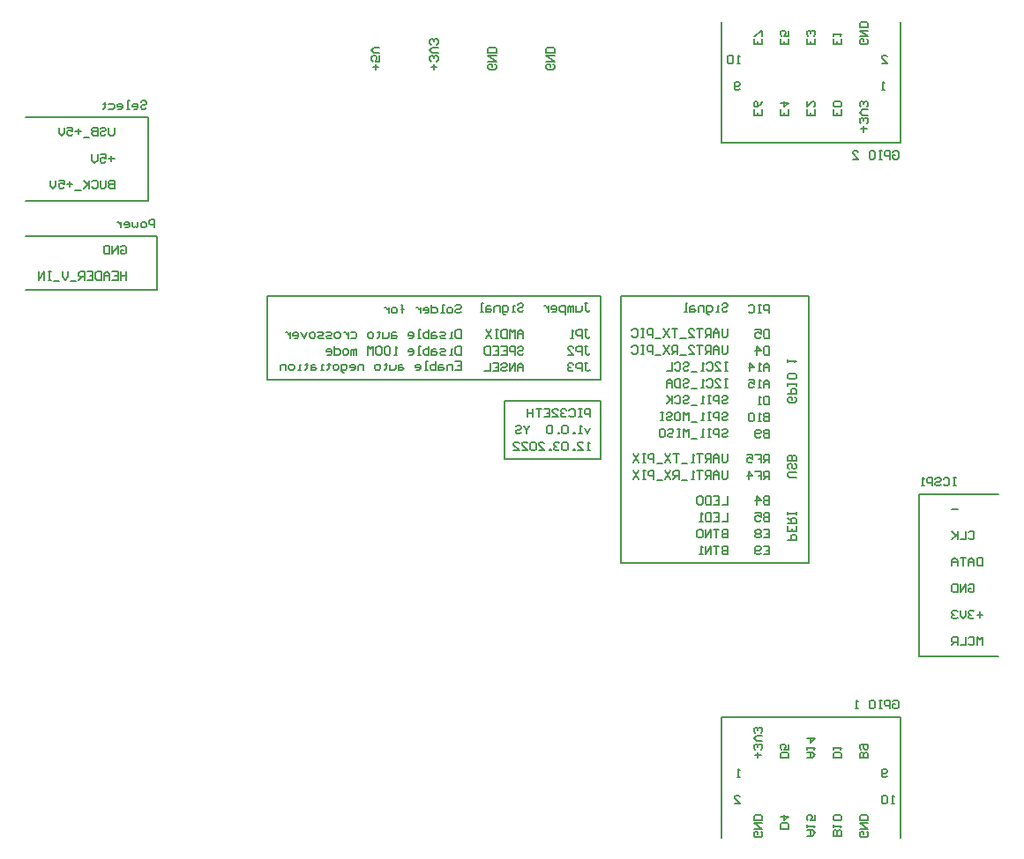
<source format=gbo>
G04*
G04 #@! TF.GenerationSoftware,Altium Limited,Altium Designer,20.2.8 (258)*
G04*
G04 Layer_Color=32896*
%FSLAX44Y44*%
%MOMM*%
G71*
G04*
G04 #@! TF.SameCoordinates,3C6D5B40-6E81-4EE8-AB30-EF2341ADE942*
G04*
G04*
G04 #@! TF.FilePolarity,Positive*
G04*
G01*
G75*
%ADD11C,0.2000*%
D11*
X468000Y-28000D02*
Y28000D01*
X560000Y-28000D02*
Y28000D01*
X468000Y-28000D02*
X560000D01*
X468000Y28000D02*
X560000D01*
X240000Y128000D02*
X560000D01*
X240000Y48000D02*
Y128000D01*
Y48000D02*
X560000D01*
Y128000D01*
X580000Y128000D02*
X760000D01*
X580000Y-128000D02*
Y128000D01*
Y-128000D02*
X760000D01*
Y128000D01*
X866000Y-218000D02*
X942000D01*
X866000D02*
Y-62000D01*
X942000D01*
X848000Y276000D02*
Y392000D01*
X676000Y276000D02*
X848000D01*
X676000D02*
Y392000D01*
Y-392000D02*
Y-276000D01*
X848000D01*
Y-392000D02*
Y-276000D01*
X8000Y134000D02*
X134000D01*
X8000Y186000D02*
X134000D01*
X8000Y220000D02*
X126000D01*
Y300000D01*
X8000D02*
X126000D01*
X134000Y134000D02*
Y186000D01*
X901323Y-46001D02*
X898657D01*
X899990D01*
Y-53999D01*
X901323D01*
X898657D01*
X889326Y-47334D02*
X890659Y-46001D01*
X893325D01*
X894658Y-47334D01*
Y-52666D01*
X893325Y-53999D01*
X890659D01*
X889326Y-52666D01*
X881329Y-47334D02*
X882662Y-46001D01*
X885328D01*
X886661Y-47334D01*
Y-48667D01*
X885328Y-50000D01*
X882662D01*
X881329Y-51333D01*
Y-52666D01*
X882662Y-53999D01*
X885328D01*
X886661Y-52666D01*
X878663Y-53999D02*
Y-46001D01*
X874665D01*
X873332Y-47334D01*
Y-50000D01*
X874665Y-51333D01*
X878663D01*
X870666Y-53999D02*
X868000D01*
X869333D01*
Y-46001D01*
X870666Y-47334D01*
X492000Y3999D02*
Y2666D01*
X489334Y0D01*
X486669Y2666D01*
Y3999D01*
X489334Y0D02*
Y-3999D01*
X478671Y2666D02*
X480004Y3999D01*
X482670D01*
X484003Y2666D01*
Y1333D01*
X482670Y0D01*
X480004D01*
X478671Y-1333D01*
Y-2666D01*
X480004Y-3999D01*
X482670D01*
X484003Y-2666D01*
X550000Y-19999D02*
X547334D01*
X548667D01*
Y-12001D01*
X550000Y-13334D01*
X538004Y-19999D02*
X543335D01*
X538004Y-14667D01*
Y-13334D01*
X539337Y-12001D01*
X542002D01*
X543335Y-13334D01*
X535338Y-19999D02*
Y-18666D01*
X534005D01*
Y-19999D01*
X535338D01*
X528674Y-13334D02*
X527341Y-12001D01*
X524675D01*
X523342Y-13334D01*
Y-18666D01*
X524675Y-19999D01*
X527341D01*
X528674Y-18666D01*
Y-13334D01*
X520676D02*
X519343Y-12001D01*
X516677D01*
X515345Y-13334D01*
Y-14667D01*
X516677Y-16000D01*
X518010D01*
X516677D01*
X515345Y-17333D01*
Y-18666D01*
X516677Y-19999D01*
X519343D01*
X520676Y-18666D01*
X512679Y-19999D02*
Y-18666D01*
X511346D01*
Y-19999D01*
X512679D01*
X500682D02*
X506014D01*
X500682Y-14667D01*
Y-13334D01*
X502015Y-12001D01*
X504681D01*
X506014Y-13334D01*
X498017D02*
X496684Y-12001D01*
X494018D01*
X492685Y-13334D01*
Y-18666D01*
X494018Y-19999D01*
X496684D01*
X498017Y-18666D01*
Y-13334D01*
X484688Y-19999D02*
X490019D01*
X484688Y-14667D01*
Y-13334D01*
X486021Y-12001D01*
X488686D01*
X490019Y-13334D01*
X476690Y-19999D02*
X482022D01*
X476690Y-14667D01*
Y-13334D01*
X478023Y-12001D01*
X480689D01*
X482022Y-13334D01*
X550000Y1333D02*
X547334Y-3999D01*
X544668Y1333D01*
X542003Y-3999D02*
X539337D01*
X540670D01*
Y3999D01*
X542003Y2666D01*
X535338Y-3999D02*
Y-2666D01*
X534005D01*
Y-3999D01*
X535338D01*
X528674Y2666D02*
X527341Y3999D01*
X524675D01*
X523342Y2666D01*
Y-2666D01*
X524675Y-3999D01*
X527341D01*
X528674Y-2666D01*
Y2666D01*
X520676Y-3999D02*
Y-2666D01*
X519343D01*
Y-3999D01*
X520676D01*
X514012Y2666D02*
X512679Y3999D01*
X510013D01*
X508680Y2666D01*
Y-2666D01*
X510013Y-3999D01*
X512679D01*
X514012Y-2666D01*
Y2666D01*
X550000Y12001D02*
Y19999D01*
X546001D01*
X544668Y18666D01*
Y16000D01*
X546001Y14667D01*
X550000D01*
X542003Y19999D02*
X539337D01*
X540670D01*
Y12001D01*
X542003D01*
X539337D01*
X530006Y18666D02*
X531339Y19999D01*
X534005D01*
X535338Y18666D01*
Y13334D01*
X534005Y12001D01*
X531339D01*
X530006Y13334D01*
X527341Y18666D02*
X526008Y19999D01*
X523342D01*
X522009Y18666D01*
Y17333D01*
X523342Y16000D01*
X524675D01*
X523342D01*
X522009Y14667D01*
Y13334D01*
X523342Y12001D01*
X526008D01*
X527341Y13334D01*
X514012Y12001D02*
X519343D01*
X514012Y17333D01*
Y18666D01*
X515345Y19999D01*
X518010D01*
X519343Y18666D01*
X506014Y19999D02*
X511346D01*
Y12001D01*
X506014D01*
X511346Y16000D02*
X508680D01*
X503348Y19999D02*
X498017D01*
X500683D01*
Y12001D01*
X495351Y19999D02*
Y12001D01*
Y16000D01*
X490019D01*
Y19999D01*
Y12001D01*
X746666Y31332D02*
X747999Y29999D01*
Y27333D01*
X746666Y26000D01*
X741334D01*
X740001Y27333D01*
Y29999D01*
X741334Y31332D01*
X744000D01*
Y28666D01*
X740001Y33997D02*
X747999D01*
Y37996D01*
X746666Y39329D01*
X744000D01*
X742667Y37996D01*
Y33997D01*
X747999Y41995D02*
Y44661D01*
Y43328D01*
X740001D01*
Y41995D01*
Y44661D01*
X747999Y52658D02*
Y49992D01*
X746666Y48659D01*
X741334D01*
X740001Y49992D01*
Y52658D01*
X741334Y53991D01*
X746666D01*
X747999Y52658D01*
X740001Y64654D02*
Y67320D01*
Y65987D01*
X747999D01*
X746666Y64654D01*
X840668Y-261334D02*
X842001Y-260001D01*
X844667D01*
X846000Y-261334D01*
Y-266666D01*
X844667Y-267999D01*
X842001D01*
X840668Y-266666D01*
Y-264000D01*
X843334D01*
X838003Y-267999D02*
Y-260001D01*
X834004D01*
X832671Y-261334D01*
Y-264000D01*
X834004Y-265333D01*
X838003D01*
X830005Y-260001D02*
X827339D01*
X828672D01*
Y-267999D01*
X830005D01*
X827339D01*
X819342Y-260001D02*
X822008D01*
X823341Y-261334D01*
Y-266666D01*
X822008Y-267999D01*
X819342D01*
X818009Y-266666D01*
Y-261334D01*
X819342Y-260001D01*
X807346Y-267999D02*
X804680D01*
X806013D01*
Y-260001D01*
X807346Y-261334D01*
X840668Y266666D02*
X842001Y267999D01*
X844667D01*
X846000Y266666D01*
Y261334D01*
X844667Y260001D01*
X842001D01*
X840668Y261334D01*
Y264000D01*
X843334D01*
X838003Y260001D02*
Y267999D01*
X834004D01*
X832671Y266666D01*
Y264000D01*
X834004Y262667D01*
X838003D01*
X830005Y267999D02*
X827339D01*
X828672D01*
Y260001D01*
X830005D01*
X827339D01*
X819342Y267999D02*
X822008D01*
X823341Y266666D01*
Y261334D01*
X822008Y260001D01*
X819342D01*
X818009Y261334D01*
Y266666D01*
X819342Y267999D01*
X802014Y260001D02*
X807346D01*
X802014Y265333D01*
Y266666D01*
X803347Y267999D01*
X806013D01*
X807346Y266666D01*
X740001Y-106000D02*
X747999D01*
Y-102001D01*
X746666Y-100668D01*
X744000D01*
X742667Y-102001D01*
Y-106000D01*
X747999Y-92671D02*
Y-98003D01*
X740001D01*
Y-92671D01*
X744000Y-98003D02*
Y-95337D01*
X740001Y-90005D02*
X747999D01*
Y-86007D01*
X746666Y-84674D01*
X744000D01*
X742667Y-86007D01*
Y-90005D01*
Y-87339D02*
X740001Y-84674D01*
X747999Y-82008D02*
Y-79342D01*
Y-80675D01*
X740001D01*
Y-82008D01*
Y-79342D01*
X747999Y-46000D02*
X741334D01*
X740001Y-44667D01*
Y-42001D01*
X741334Y-40669D01*
X747999D01*
X746666Y-32671D02*
X747999Y-34004D01*
Y-36670D01*
X746666Y-38003D01*
X745333D01*
X744000Y-36670D01*
Y-34004D01*
X742667Y-32671D01*
X741334D01*
X740001Y-34004D01*
Y-36670D01*
X741334Y-38003D01*
X747999Y-30005D02*
X740001D01*
Y-26007D01*
X741334Y-24674D01*
X742667D01*
X744000Y-26007D01*
Y-30005D01*
Y-26007D01*
X745333Y-24674D01*
X746666D01*
X747999Y-26007D01*
Y-30005D01*
X420668Y118666D02*
X422001Y119999D01*
X424667D01*
X426000Y118666D01*
Y117333D01*
X424667Y116000D01*
X422001D01*
X420668Y114667D01*
Y113334D01*
X422001Y112001D01*
X424667D01*
X426000Y113334D01*
X416670Y112001D02*
X414004D01*
X412671Y113334D01*
Y116000D01*
X414004Y117333D01*
X416670D01*
X418003Y116000D01*
Y113334D01*
X416670Y112001D01*
X410005D02*
X407340D01*
X408672D01*
Y119999D01*
X410005D01*
X398009D02*
Y112001D01*
X402008D01*
X403341Y113334D01*
Y116000D01*
X402008Y117333D01*
X398009D01*
X391345Y112001D02*
X394010D01*
X395343Y113334D01*
Y116000D01*
X394010Y117333D01*
X391345D01*
X390012Y116000D01*
Y114667D01*
X395343D01*
X387346Y117333D02*
Y112001D01*
Y114667D01*
X386013Y116000D01*
X384680Y117333D01*
X383347D01*
X370018Y112001D02*
Y118666D01*
Y116000D01*
X371351D01*
X368685D01*
X370018D01*
Y118666D01*
X368685Y119999D01*
X363354Y112001D02*
X360688D01*
X359355Y113334D01*
Y116000D01*
X360688Y117333D01*
X363354D01*
X364687Y116000D01*
Y113334D01*
X363354Y112001D01*
X356689Y117333D02*
Y112001D01*
Y114667D01*
X355356Y116000D01*
X354023Y117333D01*
X352690D01*
X420668Y65332D02*
X426000D01*
Y57334D01*
X420668D01*
X426000Y61333D02*
X423334D01*
X418003Y57334D02*
Y62666D01*
X414004D01*
X412671Y61333D01*
Y57334D01*
X408672Y62666D02*
X406007D01*
X404674Y61333D01*
Y57334D01*
X408672D01*
X410005Y58667D01*
X408672Y60000D01*
X404674D01*
X402008Y65332D02*
Y57334D01*
X398009D01*
X396676Y58667D01*
Y60000D01*
Y61333D01*
X398009Y62666D01*
X402008D01*
X394011Y57334D02*
X391345D01*
X392677D01*
Y65332D01*
X394011D01*
X383347Y57334D02*
X386013D01*
X387346Y58667D01*
Y61333D01*
X386013Y62666D01*
X383347D01*
X382014Y61333D01*
Y60000D01*
X387346D01*
X370018Y62666D02*
X367352D01*
X366020Y61333D01*
Y57334D01*
X370018D01*
X371351Y58667D01*
X370018Y60000D01*
X366020D01*
X363354Y62666D02*
Y58667D01*
X362021Y57334D01*
X358022D01*
Y62666D01*
X354023Y63999D02*
Y62666D01*
X355356D01*
X352691D01*
X354023D01*
Y58667D01*
X352691Y57334D01*
X347359D02*
X344693D01*
X343360Y58667D01*
Y61333D01*
X344693Y62666D01*
X347359D01*
X348692Y61333D01*
Y58667D01*
X347359Y57334D01*
X332697D02*
Y62666D01*
X328698D01*
X327365Y61333D01*
Y57334D01*
X320701D02*
X323367D01*
X324700Y58667D01*
Y61333D01*
X323367Y62666D01*
X320701D01*
X319368Y61333D01*
Y60000D01*
X324700D01*
X314036Y54668D02*
X312703D01*
X311370Y56001D01*
Y62666D01*
X315369D01*
X316702Y61333D01*
Y58667D01*
X315369Y57334D01*
X311370D01*
X307372D02*
X304706D01*
X303373Y58667D01*
Y61333D01*
X304706Y62666D01*
X307372D01*
X308705Y61333D01*
Y58667D01*
X307372Y57334D01*
X299374Y63999D02*
Y62666D01*
X300707D01*
X298041D01*
X299374D01*
Y58667D01*
X298041Y57334D01*
X294043D02*
X291377D01*
X292710D01*
Y62666D01*
X294043D01*
X286045D02*
X283379D01*
X282047Y61333D01*
Y57334D01*
X286045D01*
X287378Y58667D01*
X286045Y60000D01*
X282047D01*
X278048Y63999D02*
Y62666D01*
X279381D01*
X276715D01*
X278048D01*
Y58667D01*
X276715Y57334D01*
X272716D02*
X270050D01*
X271383D01*
Y62666D01*
X272716D01*
X264719Y57334D02*
X262053D01*
X260720Y58667D01*
Y61333D01*
X262053Y62666D01*
X264719D01*
X266052Y61333D01*
Y58667D01*
X264719Y57334D01*
X258054D02*
Y62666D01*
X254056D01*
X252723Y61333D01*
Y57334D01*
X426000Y79999D02*
Y72001D01*
X422001D01*
X420668Y73334D01*
Y78666D01*
X422001Y79999D01*
X426000D01*
X418003Y72001D02*
X415337D01*
X416670D01*
Y77333D01*
X418003D01*
X411338Y72001D02*
X407340D01*
X406007Y73334D01*
X407340Y74667D01*
X410005D01*
X411338Y76000D01*
X410005Y77333D01*
X406007D01*
X402008D02*
X399342D01*
X398009Y76000D01*
Y72001D01*
X402008D01*
X403341Y73334D01*
X402008Y74667D01*
X398009D01*
X395343Y79999D02*
Y72001D01*
X391345D01*
X390012Y73334D01*
Y74667D01*
Y76000D01*
X391345Y77333D01*
X395343D01*
X387346Y72001D02*
X384680D01*
X386013D01*
Y79999D01*
X387346D01*
X376683Y72001D02*
X379348D01*
X380681Y73334D01*
Y76000D01*
X379348Y77333D01*
X376683D01*
X375350Y76000D01*
Y74667D01*
X380681D01*
X364687Y72001D02*
X362021D01*
X363354D01*
Y79999D01*
X364687Y78666D01*
X358022D02*
X356689Y79999D01*
X354023D01*
X352690Y78666D01*
Y73334D01*
X354023Y72001D01*
X356689D01*
X358022Y73334D01*
Y78666D01*
X350025D02*
X348692Y79999D01*
X346026D01*
X344693Y78666D01*
Y73334D01*
X346026Y72001D01*
X348692D01*
X350025Y73334D01*
Y78666D01*
X342027Y72001D02*
Y79999D01*
X339361Y77333D01*
X336696Y79999D01*
Y72001D01*
X326032D02*
Y77333D01*
X324700D01*
X323367Y76000D01*
Y72001D01*
Y76000D01*
X322034Y77333D01*
X320701Y76000D01*
Y72001D01*
X316702D02*
X314036D01*
X312703Y73334D01*
Y76000D01*
X314036Y77333D01*
X316702D01*
X318035Y76000D01*
Y73334D01*
X316702Y72001D01*
X304706Y79999D02*
Y72001D01*
X308705D01*
X310037Y73334D01*
Y76000D01*
X308705Y77333D01*
X304706D01*
X298041Y72001D02*
X300707D01*
X302040Y73334D01*
Y76000D01*
X300707Y77333D01*
X298041D01*
X296709Y76000D01*
Y74667D01*
X302040D01*
X426000Y95999D02*
Y88001D01*
X422001D01*
X420668Y89334D01*
Y94666D01*
X422001Y95999D01*
X426000D01*
X418003Y88001D02*
X415337D01*
X416670D01*
Y93333D01*
X418003D01*
X411338Y88001D02*
X407340D01*
X406007Y89334D01*
X407340Y90667D01*
X410005D01*
X411338Y92000D01*
X410005Y93333D01*
X406007D01*
X402008D02*
X399342D01*
X398009Y92000D01*
Y88001D01*
X402008D01*
X403341Y89334D01*
X402008Y90667D01*
X398009D01*
X395343Y95999D02*
Y88001D01*
X391345D01*
X390012Y89334D01*
Y90667D01*
Y92000D01*
X391345Y93333D01*
X395343D01*
X387346Y88001D02*
X384680D01*
X386013D01*
Y95999D01*
X387346D01*
X376683Y88001D02*
X379348D01*
X380681Y89334D01*
Y92000D01*
X379348Y93333D01*
X376683D01*
X375350Y92000D01*
Y90667D01*
X380681D01*
X363354Y93333D02*
X360688D01*
X359355Y92000D01*
Y88001D01*
X363354D01*
X364687Y89334D01*
X363354Y90667D01*
X359355D01*
X356689Y93333D02*
Y89334D01*
X355356Y88001D01*
X351357D01*
Y93333D01*
X347359Y94666D02*
Y93333D01*
X348692D01*
X346026D01*
X347359D01*
Y89334D01*
X346026Y88001D01*
X340694D02*
X338028D01*
X336696Y89334D01*
Y92000D01*
X338028Y93333D01*
X340694D01*
X342027Y92000D01*
Y89334D01*
X340694Y88001D01*
X320701Y93333D02*
X324700D01*
X326032Y92000D01*
Y89334D01*
X324700Y88001D01*
X320701D01*
X318035Y93333D02*
Y88001D01*
Y90667D01*
X316702Y92000D01*
X315369Y93333D01*
X314036D01*
X308705Y88001D02*
X306039D01*
X304706Y89334D01*
Y92000D01*
X306039Y93333D01*
X308705D01*
X310037Y92000D01*
Y89334D01*
X308705Y88001D01*
X302040D02*
X298041D01*
X296709Y89334D01*
X298041Y90667D01*
X300707D01*
X302040Y92000D01*
X300707Y93333D01*
X296709D01*
X294043Y88001D02*
X290044D01*
X288711Y89334D01*
X290044Y90667D01*
X292710D01*
X294043Y92000D01*
X292710Y93333D01*
X288711D01*
X284712Y88001D02*
X282047D01*
X280714Y89334D01*
Y92000D01*
X282047Y93333D01*
X284712D01*
X286045Y92000D01*
Y89334D01*
X284712Y88001D01*
X278048Y93333D02*
X275382Y88001D01*
X272716Y93333D01*
X266052Y88001D02*
X268717D01*
X270050Y89334D01*
Y92000D01*
X268717Y93333D01*
X266052D01*
X264719Y92000D01*
Y90667D01*
X270050D01*
X262053Y93333D02*
Y88001D01*
Y90667D01*
X260720Y92000D01*
X259387Y93333D01*
X258054D01*
X480668Y119999D02*
X482001Y121332D01*
X484667D01*
X486000Y119999D01*
Y118666D01*
X484667Y117333D01*
X482001D01*
X480668Y116000D01*
Y114667D01*
X482001Y113334D01*
X484667D01*
X486000Y114667D01*
X478003Y113334D02*
X475337D01*
X476670D01*
Y118666D01*
X478003D01*
X468672Y110668D02*
X467340D01*
X466007Y112001D01*
Y118666D01*
X470005D01*
X471338Y117333D01*
Y114667D01*
X470005Y113334D01*
X466007D01*
X463341D02*
Y118666D01*
X459342D01*
X458009Y117333D01*
Y113334D01*
X454010Y118666D02*
X451345D01*
X450012Y117333D01*
Y113334D01*
X454010D01*
X455343Y114667D01*
X454010Y116000D01*
X450012D01*
X447346Y113334D02*
X444680D01*
X446013D01*
Y121332D01*
X447346D01*
X544669D02*
X547334D01*
X546001D01*
Y114667D01*
X547334Y113334D01*
X548667D01*
X550000Y114667D01*
X542003Y118666D02*
Y114667D01*
X540670Y113334D01*
X536671D01*
Y118666D01*
X534005Y113334D02*
Y118666D01*
X532672D01*
X531339Y117333D01*
Y113334D01*
Y117333D01*
X530007Y118666D01*
X528674Y117333D01*
Y113334D01*
X526008Y110668D02*
Y118666D01*
X522009D01*
X520676Y117333D01*
Y114667D01*
X522009Y113334D01*
X526008D01*
X514012D02*
X516678D01*
X518010Y114667D01*
Y117333D01*
X516678Y118666D01*
X514012D01*
X512679Y117333D01*
Y116000D01*
X518010D01*
X510013Y118666D02*
Y113334D01*
Y116000D01*
X508680Y117333D01*
X507347Y118666D01*
X506014D01*
X480669Y78666D02*
X482001Y79999D01*
X484667D01*
X486000Y78666D01*
Y77333D01*
X484667Y76000D01*
X482001D01*
X480669Y74667D01*
Y73334D01*
X482001Y72001D01*
X484667D01*
X486000Y73334D01*
X478003Y72001D02*
Y79999D01*
X474004D01*
X472671Y78666D01*
Y76000D01*
X474004Y74667D01*
X478003D01*
X464674Y79999D02*
X470005D01*
Y72001D01*
X464674D01*
X470005Y76000D02*
X467340D01*
X456676Y79999D02*
X462008D01*
Y72001D01*
X456676D01*
X462008Y76000D02*
X459342D01*
X454011Y79999D02*
Y72001D01*
X450012D01*
X448679Y73334D01*
Y78666D01*
X450012Y79999D01*
X454011D01*
X486000Y88001D02*
Y93333D01*
X483334Y95999D01*
X480669Y93333D01*
Y88001D01*
Y92000D01*
X486000D01*
X478003Y88001D02*
Y95999D01*
X475337Y93333D01*
X472671Y95999D01*
Y88001D01*
X470005Y95999D02*
Y88001D01*
X466007D01*
X464674Y89334D01*
Y94666D01*
X466007Y95999D01*
X470005D01*
X462008D02*
X459342D01*
X460675D01*
Y88001D01*
X462008D01*
X459342D01*
X455343Y95999D02*
X450012Y88001D01*
Y95999D02*
X455343Y88001D01*
X544669Y79999D02*
X547334D01*
X546001D01*
Y73334D01*
X547334Y72001D01*
X548667D01*
X550000Y73334D01*
X542003Y72001D02*
Y79999D01*
X538004D01*
X536671Y78666D01*
Y76000D01*
X538004Y74667D01*
X542003D01*
X528674Y72001D02*
X534005D01*
X528674Y77333D01*
Y78666D01*
X530007Y79999D01*
X532672D01*
X534005Y78666D01*
X544669Y95999D02*
X547334D01*
X546001D01*
Y89334D01*
X547334Y88001D01*
X548667D01*
X550000Y89334D01*
X542003Y88001D02*
Y95999D01*
X538004D01*
X536671Y94666D01*
Y92000D01*
X538004Y90667D01*
X542003D01*
X534005Y88001D02*
X531339D01*
X532672D01*
Y95999D01*
X534005Y94666D01*
X486000Y56001D02*
Y61333D01*
X483334Y63999D01*
X480669Y61333D01*
Y56001D01*
Y60000D01*
X486000D01*
X478003Y56001D02*
Y63999D01*
X472671Y56001D01*
Y63999D01*
X464674Y62666D02*
X466007Y63999D01*
X468672D01*
X470005Y62666D01*
Y61333D01*
X468672Y60000D01*
X466007D01*
X464674Y58667D01*
Y57334D01*
X466007Y56001D01*
X468672D01*
X470005Y57334D01*
X456676Y63999D02*
X462008D01*
Y56001D01*
X456676D01*
X462008Y60000D02*
X459342D01*
X454011Y63999D02*
Y56001D01*
X448679D01*
X544669Y63999D02*
X547334D01*
X546001D01*
Y57334D01*
X547334Y56001D01*
X548667D01*
X550000Y57334D01*
X542003Y56001D02*
Y63999D01*
X538004D01*
X536671Y62666D01*
Y60000D01*
X538004Y58667D01*
X542003D01*
X534005Y62666D02*
X532672Y63999D01*
X530007D01*
X528674Y62666D01*
Y61333D01*
X530007Y60000D01*
X531339D01*
X530007D01*
X528674Y58667D01*
Y57334D01*
X530007Y56001D01*
X532672D01*
X534005Y57334D01*
X682000Y-23335D02*
Y-29999D01*
X680667Y-31332D01*
X678001D01*
X676668Y-29999D01*
Y-23335D01*
X674003Y-31332D02*
Y-26001D01*
X671337Y-23335D01*
X668671Y-26001D01*
Y-31332D01*
Y-27334D01*
X674003D01*
X666005Y-31332D02*
Y-23335D01*
X662007D01*
X660674Y-24668D01*
Y-27334D01*
X662007Y-28667D01*
X666005D01*
X663339D02*
X660674Y-31332D01*
X658008Y-23335D02*
X652676D01*
X655342D01*
Y-31332D01*
X650010D02*
X647345D01*
X648678D01*
Y-23335D01*
X650010Y-24668D01*
X643346Y-32665D02*
X638014D01*
X635349Y-23335D02*
X630017D01*
X632683D01*
Y-31332D01*
X627351Y-23335D02*
X622019Y-31332D01*
Y-23335D02*
X627351Y-31332D01*
X619354Y-32665D02*
X614022D01*
X611356Y-31332D02*
Y-23335D01*
X607357D01*
X606025Y-24668D01*
Y-27334D01*
X607357Y-28667D01*
X611356D01*
X603359Y-23335D02*
X600693D01*
X602026D01*
Y-31332D01*
X603359D01*
X600693D01*
X596694Y-23335D02*
X591363Y-31332D01*
Y-23335D02*
X596694Y-31332D01*
X682000Y-39335D02*
Y-45999D01*
X680667Y-47332D01*
X678001D01*
X676668Y-45999D01*
Y-39335D01*
X674003Y-47332D02*
Y-42001D01*
X671337Y-39335D01*
X668671Y-42001D01*
Y-47332D01*
Y-43334D01*
X674003D01*
X666005Y-47332D02*
Y-39335D01*
X662007D01*
X660674Y-40668D01*
Y-43334D01*
X662007Y-44667D01*
X666005D01*
X663339D02*
X660674Y-47332D01*
X658008Y-39335D02*
X652676D01*
X655342D01*
Y-47332D01*
X650010D02*
X647345D01*
X648678D01*
Y-39335D01*
X650010Y-40668D01*
X643346Y-48665D02*
X638014D01*
X635349Y-47332D02*
Y-39335D01*
X631350D01*
X630017Y-40668D01*
Y-43334D01*
X631350Y-44667D01*
X635349D01*
X632683D02*
X630017Y-47332D01*
X627351Y-39335D02*
X622019Y-47332D01*
Y-39335D02*
X627351Y-47332D01*
X619354Y-48665D02*
X614022D01*
X611356Y-47332D02*
Y-39335D01*
X607357D01*
X606025Y-40668D01*
Y-43334D01*
X607357Y-44667D01*
X611356D01*
X603359Y-39335D02*
X600693D01*
X602026D01*
Y-47332D01*
X603359D01*
X600693D01*
X596694Y-39335D02*
X591363Y-47332D01*
Y-39335D02*
X596694Y-47332D01*
X722000Y-47999D02*
Y-40001D01*
X718001D01*
X716668Y-41334D01*
Y-44000D01*
X718001Y-45333D01*
X722000D01*
X719334D02*
X716668Y-47999D01*
X708671Y-40001D02*
X714003D01*
Y-44000D01*
X711337D01*
X714003D01*
Y-47999D01*
X702007D02*
Y-40001D01*
X706005Y-44000D01*
X700674D01*
X722000Y-31999D02*
Y-24001D01*
X718001D01*
X716668Y-25334D01*
Y-28000D01*
X718001Y-29333D01*
X722000D01*
X719334D02*
X716668Y-31999D01*
X708671Y-24001D02*
X714003D01*
Y-28000D01*
X711337D01*
X714003D01*
Y-31999D01*
X700674Y-24001D02*
X706005D01*
Y-28000D01*
X703339Y-26667D01*
X702007D01*
X700674Y-28000D01*
Y-30666D01*
X702007Y-31999D01*
X704672D01*
X706005Y-30666D01*
X676668Y-668D02*
X678001Y665D01*
X680667D01*
X682000Y-668D01*
Y-2001D01*
X680667Y-3334D01*
X678001D01*
X676668Y-4667D01*
Y-5999D01*
X678001Y-7332D01*
X680667D01*
X682000Y-5999D01*
X674003Y-7332D02*
Y665D01*
X670004D01*
X668671Y-668D01*
Y-3334D01*
X670004Y-4667D01*
X674003D01*
X666005Y665D02*
X663339D01*
X664672D01*
Y-7332D01*
X666005D01*
X663339D01*
X659341D02*
X656675D01*
X658008D01*
Y665D01*
X659341Y-668D01*
X652676Y-8665D02*
X647344D01*
X644679Y-7332D02*
Y665D01*
X642013Y-2001D01*
X639347Y665D01*
Y-7332D01*
X636681Y665D02*
X634015D01*
X635348D01*
Y-7332D01*
X636681D01*
X634015D01*
X624685Y-668D02*
X626018Y665D01*
X628684D01*
X630017Y-668D01*
Y-2001D01*
X628684Y-3334D01*
X626018D01*
X624685Y-4667D01*
Y-5999D01*
X626018Y-7332D01*
X628684D01*
X630017Y-5999D01*
X618021Y665D02*
X620686D01*
X622019Y-668D01*
Y-5999D01*
X620686Y-7332D01*
X618021D01*
X616688Y-5999D01*
Y-668D01*
X618021Y665D01*
X676668Y15332D02*
X678001Y16665D01*
X680667D01*
X682000Y15332D01*
Y13999D01*
X680667Y12666D01*
X678001D01*
X676668Y11334D01*
Y10001D01*
X678001Y8668D01*
X680667D01*
X682000Y10001D01*
X674003Y8668D02*
Y16665D01*
X670004D01*
X668671Y15332D01*
Y12666D01*
X670004Y11334D01*
X674003D01*
X666005Y16665D02*
X663339D01*
X664672D01*
Y8668D01*
X666005D01*
X663339D01*
X659341D02*
X656675D01*
X658008D01*
Y16665D01*
X659341Y15332D01*
X652676Y7335D02*
X647344D01*
X644679Y8668D02*
Y16665D01*
X642013Y13999D01*
X639347Y16665D01*
Y8668D01*
X632682Y16665D02*
X635348D01*
X636681Y15332D01*
Y10001D01*
X635348Y8668D01*
X632682D01*
X631349Y10001D01*
Y15332D01*
X632682Y16665D01*
X623352Y15332D02*
X624685Y16665D01*
X627351D01*
X628684Y15332D01*
Y13999D01*
X627351Y12666D01*
X624685D01*
X623352Y11334D01*
Y10001D01*
X624685Y8668D01*
X627351D01*
X628684Y10001D01*
X620686Y16665D02*
X618021D01*
X619353D01*
Y8668D01*
X620686D01*
X618021D01*
X676668Y31332D02*
X678001Y32665D01*
X680667D01*
X682000Y31332D01*
Y29999D01*
X680667Y28666D01*
X678001D01*
X676668Y27333D01*
Y26001D01*
X678001Y24668D01*
X680667D01*
X682000Y26001D01*
X674003Y24668D02*
Y32665D01*
X670004D01*
X668671Y31332D01*
Y28666D01*
X670004Y27333D01*
X674003D01*
X666005Y32665D02*
X663339D01*
X664672D01*
Y24668D01*
X666005D01*
X663339D01*
X659341D02*
X656675D01*
X658008D01*
Y32665D01*
X659341Y31332D01*
X652676Y23335D02*
X647344D01*
X639347Y31332D02*
X640680Y32665D01*
X643346D01*
X644679Y31332D01*
Y29999D01*
X643346Y28666D01*
X640680D01*
X639347Y27333D01*
Y26001D01*
X640680Y24668D01*
X643346D01*
X644679Y26001D01*
X631349Y31332D02*
X632682Y32665D01*
X635348D01*
X636681Y31332D01*
Y26001D01*
X635348Y24668D01*
X632682D01*
X631349Y26001D01*
X628684Y32665D02*
Y24668D01*
Y27333D01*
X623352Y32665D01*
X627351Y28666D01*
X623352Y24668D01*
X682000Y48665D02*
X679334D01*
X680667D01*
Y40668D01*
X682000D01*
X679334D01*
X670004D02*
X675335D01*
X670004Y45999D01*
Y47332D01*
X671337Y48665D01*
X674002D01*
X675335Y47332D01*
X662006D02*
X663339Y48665D01*
X666005D01*
X667338Y47332D01*
Y42001D01*
X666005Y40668D01*
X663339D01*
X662006Y42001D01*
X659341Y40668D02*
X656675D01*
X658008D01*
Y48665D01*
X659341Y47332D01*
X652676Y39335D02*
X647344D01*
X639347Y47332D02*
X640680Y48665D01*
X643346D01*
X644679Y47332D01*
Y45999D01*
X643346Y44666D01*
X640680D01*
X639347Y43334D01*
Y42001D01*
X640680Y40668D01*
X643346D01*
X644679Y42001D01*
X636681Y48665D02*
Y40668D01*
X632682D01*
X631349Y42001D01*
Y47332D01*
X632682Y48665D01*
X636681D01*
X628684Y40668D02*
Y45999D01*
X626018Y48665D01*
X623352Y45999D01*
Y40668D01*
Y44666D01*
X628684D01*
X682000Y64665D02*
X679334D01*
X680667D01*
Y56668D01*
X682000D01*
X679334D01*
X670004D02*
X675335D01*
X670004Y61999D01*
Y63332D01*
X671337Y64665D01*
X674002D01*
X675335Y63332D01*
X662006D02*
X663339Y64665D01*
X666005D01*
X667338Y63332D01*
Y58001D01*
X666005Y56668D01*
X663339D01*
X662006Y58001D01*
X659341Y56668D02*
X656675D01*
X658008D01*
Y64665D01*
X659341Y63332D01*
X652676Y55335D02*
X647344D01*
X639347Y63332D02*
X640680Y64665D01*
X643346D01*
X644679Y63332D01*
Y61999D01*
X643346Y60666D01*
X640680D01*
X639347Y59334D01*
Y58001D01*
X640680Y56668D01*
X643346D01*
X644679Y58001D01*
X631349Y63332D02*
X632682Y64665D01*
X635348D01*
X636681Y63332D01*
Y58001D01*
X635348Y56668D01*
X632682D01*
X631349Y58001D01*
X628684Y64665D02*
Y56668D01*
X623352D01*
X682000Y80665D02*
Y74001D01*
X680667Y72668D01*
X678001D01*
X676668Y74001D01*
Y80665D01*
X674003Y72668D02*
Y77999D01*
X671337Y80665D01*
X668671Y77999D01*
Y72668D01*
Y76666D01*
X674003D01*
X666005Y72668D02*
Y80665D01*
X662006D01*
X660673Y79332D01*
Y76666D01*
X662006Y75333D01*
X666005D01*
X663339D02*
X660673Y72668D01*
X658008Y80665D02*
X652676D01*
X655342D01*
Y72668D01*
X644679D02*
X650010D01*
X644679Y77999D01*
Y79332D01*
X646012Y80665D01*
X648677D01*
X650010Y79332D01*
X642013Y71335D02*
X636681D01*
X634015Y72668D02*
Y80665D01*
X630017D01*
X628684Y79332D01*
Y76666D01*
X630017Y75333D01*
X634015D01*
X631350D02*
X628684Y72668D01*
X626018Y80665D02*
X620686Y72668D01*
Y80665D02*
X626018Y72668D01*
X618021Y71335D02*
X612689D01*
X610023Y72668D02*
Y80665D01*
X606024D01*
X604692Y79332D01*
Y76666D01*
X606024Y75333D01*
X610023D01*
X602026Y80665D02*
X599360D01*
X600693D01*
Y72668D01*
X602026D01*
X599360D01*
X590030Y79332D02*
X591362Y80665D01*
X594028D01*
X595361Y79332D01*
Y74001D01*
X594028Y72668D01*
X591362D01*
X590030Y74001D01*
X682000Y96665D02*
Y90001D01*
X680667Y88668D01*
X678001D01*
X676668Y90001D01*
Y96665D01*
X674003Y88668D02*
Y93999D01*
X671337Y96665D01*
X668671Y93999D01*
Y88668D01*
Y92666D01*
X674003D01*
X666005Y88668D02*
Y96665D01*
X662006D01*
X660673Y95332D01*
Y92666D01*
X662006Y91333D01*
X666005D01*
X663339D02*
X660673Y88668D01*
X658008Y96665D02*
X652676D01*
X655342D01*
Y88668D01*
X644679D02*
X650010D01*
X644679Y93999D01*
Y95332D01*
X646012Y96665D01*
X648677D01*
X650010Y95332D01*
X642013Y87335D02*
X636681D01*
X634015Y96665D02*
X628684D01*
X631350D01*
Y88668D01*
X626018Y96665D02*
X620686Y88668D01*
Y96665D02*
X626018Y88668D01*
X618021Y87335D02*
X612689D01*
X610023Y88668D02*
Y96665D01*
X606024D01*
X604692Y95332D01*
Y92666D01*
X606024Y91333D01*
X610023D01*
X602026Y96665D02*
X599360D01*
X600693D01*
Y88668D01*
X602026D01*
X599360D01*
X590030Y95332D02*
X591362Y96665D01*
X594028D01*
X595361Y95332D01*
Y90001D01*
X594028Y88668D01*
X591362D01*
X590030Y90001D01*
X722000Y-1D02*
Y-7999D01*
X718001D01*
X716668Y-6666D01*
Y-5333D01*
X718001Y-4000D01*
X722000D01*
X718001D01*
X716668Y-2667D01*
Y-1334D01*
X718001Y-1D01*
X722000D01*
X714003Y-6666D02*
X712670Y-7999D01*
X710004D01*
X708671Y-6666D01*
Y-1334D01*
X710004Y-1D01*
X712670D01*
X714003Y-1334D01*
Y-2667D01*
X712670Y-4000D01*
X708671D01*
X722000Y15999D02*
Y8001D01*
X718001D01*
X716668Y9334D01*
Y10667D01*
X718001Y12000D01*
X722000D01*
X718001D01*
X716668Y13333D01*
Y14666D01*
X718001Y15999D01*
X722000D01*
X714003Y8001D02*
X711337D01*
X712670D01*
Y15999D01*
X714003Y14666D01*
X707338D02*
X706005Y15999D01*
X703339D01*
X702007Y14666D01*
Y9334D01*
X703339Y8001D01*
X706005D01*
X707338Y9334D01*
Y14666D01*
X722000Y31999D02*
Y24001D01*
X718001D01*
X716668Y25334D01*
Y30666D01*
X718001Y31999D01*
X722000D01*
X714003Y24001D02*
X711337D01*
X712670D01*
Y31999D01*
X714003Y30666D01*
X722000Y40001D02*
Y45333D01*
X719334Y47999D01*
X716668Y45333D01*
Y40001D01*
Y44000D01*
X722000D01*
X714003Y40001D02*
X711337D01*
X712670D01*
Y47999D01*
X714003Y46666D01*
X702007Y47999D02*
X707338D01*
Y44000D01*
X704672Y45333D01*
X703339D01*
X702007Y44000D01*
Y41334D01*
X703339Y40001D01*
X706005D01*
X707338Y41334D01*
X722000Y56001D02*
Y61333D01*
X719334Y63999D01*
X716668Y61333D01*
Y56001D01*
Y60000D01*
X722000D01*
X714003Y56001D02*
X711337D01*
X712670D01*
Y63999D01*
X714003Y62666D01*
X703339Y56001D02*
Y63999D01*
X707338Y60000D01*
X702007D01*
X722000Y79999D02*
Y72001D01*
X718001D01*
X716668Y73334D01*
Y78666D01*
X718001Y79999D01*
X722000D01*
X710004Y72001D02*
Y79999D01*
X714003Y76000D01*
X708671D01*
X722000Y95999D02*
Y88001D01*
X718001D01*
X716668Y89334D01*
Y94666D01*
X718001Y95999D01*
X722000D01*
X708671D02*
X714003D01*
Y92000D01*
X711337Y93333D01*
X710004D01*
X708671Y92000D01*
Y89334D01*
X710004Y88001D01*
X712670D01*
X714003Y89334D01*
X676668Y119999D02*
X678001Y121332D01*
X680667D01*
X682000Y119999D01*
Y118666D01*
X680667Y117333D01*
X678001D01*
X676668Y116000D01*
Y114667D01*
X678001Y113334D01*
X680667D01*
X682000Y114667D01*
X674003Y113334D02*
X671337D01*
X672670D01*
Y118666D01*
X674003D01*
X664672Y110668D02*
X663339D01*
X662007Y112001D01*
Y118666D01*
X666005D01*
X667338Y117333D01*
Y114667D01*
X666005Y113334D01*
X662007D01*
X659341D02*
Y118666D01*
X655342D01*
X654009Y117333D01*
Y113334D01*
X650010Y118666D02*
X647345D01*
X646012Y117333D01*
Y113334D01*
X650010D01*
X651343Y114667D01*
X650010Y116000D01*
X646012D01*
X643346Y113334D02*
X640680D01*
X642013D01*
Y121332D01*
X643346D01*
X722000Y112001D02*
Y119999D01*
X718001D01*
X716668Y118666D01*
Y116000D01*
X718001Y114667D01*
X722000D01*
X714003Y119999D02*
X711337D01*
X712670D01*
Y112001D01*
X714003D01*
X711337D01*
X702007Y118666D02*
X703339Y119999D01*
X706005D01*
X707338Y118666D01*
Y113334D01*
X706005Y112001D01*
X703339D01*
X702007Y113334D01*
X711200Y-315500D02*
Y-310168D01*
X713866Y-312834D02*
X708534D01*
X713866Y-307503D02*
X715199Y-306170D01*
Y-303504D01*
X713866Y-302171D01*
X712533D01*
X711200Y-303504D01*
Y-304837D01*
Y-303504D01*
X709867Y-302171D01*
X708534D01*
X707201Y-303504D01*
Y-306170D01*
X708534Y-307503D01*
X715199Y-299505D02*
X709867D01*
X707201Y-296839D01*
X709867Y-294174D01*
X715199D01*
X713866Y-291508D02*
X715199Y-290175D01*
Y-287509D01*
X713866Y-286176D01*
X712533D01*
X711200Y-287509D01*
Y-288842D01*
Y-287509D01*
X709867Y-286176D01*
X708534D01*
X707201Y-287509D01*
Y-290175D01*
X708534Y-291508D01*
X740599Y-315500D02*
X732601D01*
Y-311501D01*
X733934Y-310168D01*
X739266D01*
X740599Y-311501D01*
Y-315500D01*
Y-302171D02*
Y-307503D01*
X736600D01*
X737933Y-304837D01*
Y-303504D01*
X736600Y-302171D01*
X733934D01*
X732601Y-303504D01*
Y-306170D01*
X733934Y-307503D01*
X758001Y-315500D02*
X763333D01*
X765999Y-312834D01*
X763333Y-310168D01*
X758001D01*
X762000D01*
Y-315500D01*
X758001Y-307503D02*
Y-304837D01*
Y-306170D01*
X765999D01*
X764666Y-307503D01*
X758001Y-296839D02*
X765999D01*
X762000Y-300838D01*
Y-295506D01*
X791399Y-315500D02*
X783401D01*
Y-311501D01*
X784734Y-310168D01*
X790066D01*
X791399Y-311501D01*
Y-315500D01*
X783401Y-307503D02*
Y-304837D01*
Y-306170D01*
X791399D01*
X790066Y-307503D01*
X816799Y-315500D02*
X808801D01*
Y-311501D01*
X810134Y-310168D01*
X811467D01*
X812800Y-311501D01*
Y-315500D01*
Y-311501D01*
X814133Y-310168D01*
X815466D01*
X816799Y-311501D01*
Y-315500D01*
X810134Y-307503D02*
X808801Y-306170D01*
Y-303504D01*
X810134Y-302171D01*
X815466D01*
X816799Y-303504D01*
Y-306170D01*
X815466Y-307503D01*
X814133D01*
X812800Y-306170D01*
Y-302171D01*
X713866Y-386295D02*
X715199Y-387628D01*
Y-390294D01*
X713866Y-391626D01*
X708534D01*
X707201Y-390294D01*
Y-387628D01*
X708534Y-386295D01*
X711200D01*
Y-388961D01*
X707201Y-383629D02*
X715199D01*
X707201Y-378297D01*
X715199D01*
Y-375632D02*
X707201D01*
Y-371633D01*
X708534Y-370300D01*
X713866D01*
X715199Y-371633D01*
Y-375632D01*
X740599Y-383629D02*
X732601D01*
Y-379630D01*
X733934Y-378297D01*
X739266D01*
X740599Y-379630D01*
Y-383629D01*
X732601Y-371633D02*
X740599D01*
X736600Y-375632D01*
Y-370300D01*
X758001Y-390294D02*
X763333D01*
X765999Y-387628D01*
X763333Y-384962D01*
X758001D01*
X762000D01*
Y-390294D01*
X758001Y-382296D02*
Y-379630D01*
Y-380963D01*
X765999D01*
X764666Y-382296D01*
X765999Y-370300D02*
Y-375632D01*
X762000D01*
X763333Y-372966D01*
Y-371633D01*
X762000Y-370300D01*
X759334D01*
X758001Y-371633D01*
Y-374299D01*
X759334Y-375632D01*
X791399Y-390294D02*
X783401D01*
Y-386295D01*
X784734Y-384962D01*
X786067D01*
X787400Y-386295D01*
Y-390294D01*
Y-386295D01*
X788733Y-384962D01*
X790066D01*
X791399Y-386295D01*
Y-390294D01*
X783401Y-382296D02*
Y-379630D01*
Y-380963D01*
X791399D01*
X790066Y-382296D01*
Y-375632D02*
X791399Y-374299D01*
Y-371633D01*
X790066Y-370300D01*
X784734D01*
X783401Y-371633D01*
Y-374299D01*
X784734Y-375632D01*
X790066D01*
X815466Y-386295D02*
X816799Y-387628D01*
Y-390294D01*
X815466Y-391626D01*
X810134D01*
X808801Y-390294D01*
Y-387628D01*
X810134Y-386295D01*
X812800D01*
Y-388961D01*
X808801Y-383629D02*
X816799D01*
X808801Y-378297D01*
X816799D01*
Y-375632D02*
X808801D01*
Y-371633D01*
X810134Y-370300D01*
X815466D01*
X816799Y-371633D01*
Y-375632D01*
X812800Y286176D02*
Y291508D01*
X815466Y288842D02*
X810134D01*
X815466Y294174D02*
X816799Y295506D01*
Y298172D01*
X815466Y299505D01*
X814133D01*
X812800Y298172D01*
Y296839D01*
Y298172D01*
X811467Y299505D01*
X810134D01*
X808801Y298172D01*
Y295506D01*
X810134Y294174D01*
X816799Y302171D02*
X811467D01*
X808801Y304837D01*
X811467Y307503D01*
X816799D01*
X815466Y310168D02*
X816799Y311501D01*
Y314167D01*
X815466Y315500D01*
X814133D01*
X812800Y314167D01*
Y312834D01*
Y314167D01*
X811467Y315500D01*
X810134D01*
X808801Y314167D01*
Y311501D01*
X810134Y310168D01*
X791399Y307503D02*
Y302171D01*
X783401D01*
Y307503D01*
X787400Y302171D02*
Y304837D01*
X790066Y310168D02*
X791399Y311501D01*
Y314167D01*
X790066Y315500D01*
X784734D01*
X783401Y314167D01*
Y311501D01*
X784734Y310168D01*
X790066D01*
X765999Y307503D02*
Y302171D01*
X758001D01*
Y307503D01*
X762000Y302171D02*
Y304837D01*
X758001Y315500D02*
Y310168D01*
X763333Y315500D01*
X764666D01*
X765999Y314167D01*
Y311501D01*
X764666Y310168D01*
X740599Y307503D02*
Y302171D01*
X732601D01*
Y307503D01*
X736600Y302171D02*
Y304837D01*
X732601Y314167D02*
X740599D01*
X736600Y310168D01*
Y315500D01*
X715199Y307503D02*
Y302171D01*
X707201D01*
Y307503D01*
X711200Y302171D02*
Y304837D01*
X715199Y315500D02*
X713866Y312834D01*
X711200Y310168D01*
X708534D01*
X707201Y311501D01*
Y314167D01*
X708534Y315500D01*
X709867D01*
X711200Y314167D01*
Y310168D01*
X715199Y375632D02*
Y370300D01*
X707201D01*
Y375632D01*
X711200Y370300D02*
Y372966D01*
X715199Y378297D02*
Y383629D01*
X713866D01*
X708534Y378297D01*
X707201D01*
X740599Y375632D02*
Y370300D01*
X732601D01*
Y375632D01*
X736600Y370300D02*
Y372966D01*
X740599Y383629D02*
Y378297D01*
X736600D01*
X737933Y380963D01*
Y382296D01*
X736600Y383629D01*
X733934D01*
X732601Y382296D01*
Y379630D01*
X733934Y378297D01*
X765999Y375632D02*
Y370300D01*
X758001D01*
Y375632D01*
X762000Y370300D02*
Y372966D01*
X764666Y378297D02*
X765999Y379630D01*
Y382296D01*
X764666Y383629D01*
X763333D01*
X762000Y382296D01*
Y380963D01*
Y382296D01*
X760667Y383629D01*
X759334D01*
X758001Y382296D01*
Y379630D01*
X759334Y378297D01*
X791399Y375632D02*
Y370300D01*
X783401D01*
Y375632D01*
X787400Y370300D02*
Y372966D01*
X783401Y378297D02*
Y380963D01*
Y379630D01*
X791399D01*
X790066Y378297D01*
X815466Y375632D02*
X816799Y374299D01*
Y371633D01*
X815466Y370300D01*
X810134D01*
X808801Y371633D01*
Y374299D01*
X810134Y375632D01*
X812800D01*
Y372966D01*
X808801Y378297D02*
X816799D01*
X808801Y383629D01*
X816799D01*
Y386295D02*
X808801D01*
Y390294D01*
X810134Y391626D01*
X815466D01*
X816799Y390294D01*
Y386295D01*
X693960Y327534D02*
X692627Y326201D01*
X689961D01*
X688628Y327534D01*
Y332866D01*
X689961Y334199D01*
X692627D01*
X693960Y332866D01*
Y331533D01*
X692627Y330200D01*
X688628D01*
X693960Y351601D02*
X691294D01*
X692627D01*
Y359599D01*
X693960Y358266D01*
X687296D02*
X685963Y359599D01*
X683297D01*
X681964Y358266D01*
Y352934D01*
X683297Y351601D01*
X685963D01*
X687296Y352934D01*
Y358266D01*
X832706Y326201D02*
X830040D01*
X831373D01*
Y334199D01*
X832706Y332866D01*
X830040Y351601D02*
X835372D01*
X830040Y356933D01*
Y358266D01*
X831373Y359599D01*
X834039D01*
X835372Y358266D01*
X688628Y-359599D02*
X693960D01*
X688628Y-354267D01*
Y-352934D01*
X689961Y-351601D01*
X692627D01*
X693960Y-352934D01*
Y-334199D02*
X691294D01*
X692627D01*
Y-326201D01*
X693960Y-327534D01*
X842036Y-359599D02*
X839370D01*
X840703D01*
Y-351601D01*
X842036Y-352934D01*
X835372D02*
X834039Y-351601D01*
X831373D01*
X830040Y-352934D01*
Y-358266D01*
X831373Y-359599D01*
X834039D01*
X835372Y-358266D01*
Y-352934D01*
Y-332866D02*
X834039Y-334199D01*
X831373D01*
X830040Y-332866D01*
Y-327534D01*
X831373Y-326201D01*
X834039D01*
X835372Y-327534D01*
Y-328867D01*
X834039Y-330200D01*
X830040D01*
X926674Y-207199D02*
Y-199201D01*
X924008Y-201867D01*
X921342Y-199201D01*
Y-207199D01*
X913345Y-200534D02*
X914678Y-199201D01*
X917344D01*
X918676Y-200534D01*
Y-205866D01*
X917344Y-207199D01*
X914678D01*
X913345Y-205866D01*
X910679Y-199201D02*
Y-207199D01*
X905347D01*
X902682D02*
Y-199201D01*
X898683D01*
X897350Y-200534D01*
Y-203200D01*
X898683Y-204533D01*
X902682D01*
X900016D02*
X897350Y-207199D01*
X926674Y-177800D02*
X921342D01*
X924008Y-175134D02*
Y-180466D01*
X918676Y-175134D02*
X917344Y-173801D01*
X914678D01*
X913345Y-175134D01*
Y-176467D01*
X914678Y-177800D01*
X916011D01*
X914678D01*
X913345Y-179133D01*
Y-180466D01*
X914678Y-181799D01*
X917344D01*
X918676Y-180466D01*
X910679Y-173801D02*
Y-179133D01*
X908013Y-181799D01*
X905347Y-179133D01*
Y-173801D01*
X902682Y-175134D02*
X901349Y-173801D01*
X898683D01*
X897350Y-175134D01*
Y-176467D01*
X898683Y-177800D01*
X900016D01*
X898683D01*
X897350Y-179133D01*
Y-180466D01*
X898683Y-181799D01*
X901349D01*
X902682Y-180466D01*
X913345Y-149734D02*
X914678Y-148401D01*
X917344D01*
X918676Y-149734D01*
Y-155066D01*
X917344Y-156399D01*
X914678D01*
X913345Y-155066D01*
Y-152400D01*
X916011D01*
X910679Y-156399D02*
Y-148401D01*
X905347Y-156399D01*
Y-148401D01*
X902682D02*
Y-156399D01*
X898683D01*
X897350Y-155066D01*
Y-149734D01*
X898683Y-148401D01*
X902682D01*
X913345Y-98934D02*
X914678Y-97601D01*
X917344D01*
X918676Y-98934D01*
Y-104266D01*
X917344Y-105599D01*
X914678D01*
X913345Y-104266D01*
X910679Y-97601D02*
Y-105599D01*
X905347D01*
X902682Y-97601D02*
Y-105599D01*
Y-102933D01*
X897350Y-97601D01*
X901349Y-101600D01*
X897350Y-105599D01*
X926674Y-123001D02*
Y-130999D01*
X922675D01*
X921342Y-129666D01*
Y-124334D01*
X922675Y-123001D01*
X926674D01*
X918676Y-130999D02*
Y-125667D01*
X916011Y-123001D01*
X913345Y-125667D01*
Y-130999D01*
Y-127000D01*
X918676D01*
X910679Y-123001D02*
X905347D01*
X908013D01*
Y-130999D01*
X902682D02*
Y-125667D01*
X900016Y-123001D01*
X897350Y-125667D01*
Y-130999D01*
Y-127000D01*
X902682D01*
Y-76200D02*
X897350D01*
X344000Y346000D02*
Y351332D01*
X346666Y348666D02*
X341334D01*
X347999Y359329D02*
Y353997D01*
X344000D01*
X345333Y356663D01*
Y357996D01*
X344000Y359329D01*
X341334D01*
X340001Y357996D01*
Y355330D01*
X341334Y353997D01*
X347999Y361995D02*
X342667D01*
X340001Y364661D01*
X342667Y367326D01*
X347999D01*
X400000Y346000D02*
Y351332D01*
X402666Y348666D02*
X397334D01*
X402666Y353997D02*
X403999Y355330D01*
Y357996D01*
X402666Y359329D01*
X401333D01*
X400000Y357996D01*
Y356663D01*
Y357996D01*
X398667Y359329D01*
X397334D01*
X396001Y357996D01*
Y355330D01*
X397334Y353997D01*
X403999Y361995D02*
X398667D01*
X396001Y364661D01*
X398667Y367326D01*
X403999D01*
X402666Y369992D02*
X403999Y371325D01*
Y373991D01*
X402666Y375324D01*
X401333D01*
X400000Y373991D01*
Y372658D01*
Y373991D01*
X398667Y375324D01*
X397334D01*
X396001Y373991D01*
Y371325D01*
X397334Y369992D01*
X458666Y351332D02*
X459999Y349999D01*
Y347333D01*
X458666Y346000D01*
X453334D01*
X452001Y347333D01*
Y349999D01*
X453334Y351332D01*
X456000D01*
Y348666D01*
X452001Y353997D02*
X459999D01*
X452001Y359329D01*
X459999D01*
Y361995D02*
X452001D01*
Y365994D01*
X453334Y367326D01*
X458666D01*
X459999Y365994D01*
Y361995D01*
X514666Y351332D02*
X515999Y349999D01*
Y347333D01*
X514666Y346000D01*
X509334D01*
X508001Y347333D01*
Y349999D01*
X509334Y351332D01*
X512000D01*
Y348666D01*
X508001Y353997D02*
X515999D01*
X508001Y359329D01*
X515999D01*
Y361995D02*
X508001D01*
Y365993D01*
X509334Y367326D01*
X514666D01*
X515999Y365993D01*
Y361995D01*
X132000Y194001D02*
Y201999D01*
X128001D01*
X126668Y200666D01*
Y198000D01*
X128001Y196667D01*
X132000D01*
X122670Y194001D02*
X120004D01*
X118671Y195334D01*
Y198000D01*
X120004Y199333D01*
X122670D01*
X124003Y198000D01*
Y195334D01*
X122670Y194001D01*
X116005Y199333D02*
Y195334D01*
X114672Y194001D01*
X113339Y195334D01*
X112007Y194001D01*
X110674Y195334D01*
Y199333D01*
X104009Y194001D02*
X106675D01*
X108008Y195334D01*
Y198000D01*
X106675Y199333D01*
X104009D01*
X102676Y198000D01*
Y196667D01*
X108008D01*
X100010Y199333D02*
Y194001D01*
Y196667D01*
X98677Y198000D01*
X97345Y199333D01*
X96012D01*
X104680Y151985D02*
Y143988D01*
Y147986D01*
X99348D01*
Y151985D01*
Y143988D01*
X91351Y151985D02*
X96683D01*
Y143988D01*
X91351D01*
X96683Y147986D02*
X94017D01*
X88685Y143988D02*
Y149319D01*
X86019Y151985D01*
X83354Y149319D01*
Y143988D01*
Y147986D01*
X88685D01*
X80688Y151985D02*
Y143988D01*
X76689D01*
X75356Y145321D01*
Y150652D01*
X76689Y151985D01*
X80688D01*
X67359D02*
X72690D01*
Y143988D01*
X67359D01*
X72690Y147986D02*
X70024D01*
X64693Y143988D02*
Y151985D01*
X60694D01*
X59361Y150652D01*
Y147986D01*
X60694Y146654D01*
X64693D01*
X62027D02*
X59361Y143988D01*
X56695Y142655D02*
X51364D01*
X48698Y151985D02*
Y146654D01*
X46032Y143988D01*
X43366Y146654D01*
Y151985D01*
X40701Y142655D02*
X35369D01*
X32703Y151985D02*
X30037D01*
X31370D01*
Y143988D01*
X32703D01*
X30037D01*
X26039D02*
Y151985D01*
X20707Y143988D01*
Y151985D01*
X99348Y175386D02*
X100681Y176719D01*
X103347D01*
X104680Y175386D01*
Y170054D01*
X103347Y168721D01*
X100681D01*
X99348Y170054D01*
Y172720D01*
X102014D01*
X96683Y168721D02*
Y176719D01*
X91351Y168721D01*
Y176719D01*
X88685D02*
Y168721D01*
X84686D01*
X83354Y170054D01*
Y175386D01*
X84686Y176719D01*
X88685D01*
X93250Y239615D02*
Y231618D01*
X89251D01*
X87918Y232951D01*
Y234284D01*
X89251Y235616D01*
X93250D01*
X89251D01*
X87918Y236949D01*
Y238282D01*
X89251Y239615D01*
X93250D01*
X85253D02*
Y232951D01*
X83920Y231618D01*
X81254D01*
X79921Y232951D01*
Y239615D01*
X71924Y238282D02*
X73256Y239615D01*
X75922D01*
X77255Y238282D01*
Y232951D01*
X75922Y231618D01*
X73256D01*
X71924Y232951D01*
X69258Y239615D02*
Y231618D01*
Y234284D01*
X63926Y239615D01*
X67925Y235616D01*
X63926Y231618D01*
X61260Y230285D02*
X55929D01*
X53263Y235616D02*
X47931D01*
X50597Y238282D02*
Y232951D01*
X39934Y239615D02*
X45265D01*
Y235616D01*
X42600Y236949D01*
X41267D01*
X39934Y235616D01*
Y232951D01*
X41267Y231618D01*
X43933D01*
X45265Y232951D01*
X37268Y239615D02*
Y234284D01*
X34602Y231618D01*
X31937Y234284D01*
Y239615D01*
X93250Y260350D02*
X87918D01*
X90584Y263016D02*
Y257684D01*
X79921Y264349D02*
X85253D01*
Y260350D01*
X82587Y261683D01*
X81254D01*
X79921Y260350D01*
Y257684D01*
X81254Y256351D01*
X83920D01*
X85253Y257684D01*
X77255Y264349D02*
Y259017D01*
X74589Y256351D01*
X71924Y259017D01*
Y264349D01*
X93250Y290415D02*
Y283751D01*
X91917Y282418D01*
X89251D01*
X87918Y283751D01*
Y290415D01*
X79921Y289082D02*
X81254Y290415D01*
X83920D01*
X85253Y289082D01*
Y287749D01*
X83920Y286416D01*
X81254D01*
X79921Y285084D01*
Y283751D01*
X81254Y282418D01*
X83920D01*
X85253Y283751D01*
X77255Y290415D02*
Y282418D01*
X73256D01*
X71924Y283751D01*
Y285084D01*
X73256Y286416D01*
X77255D01*
X73256D01*
X71924Y287749D01*
Y289082D01*
X73256Y290415D01*
X77255D01*
X69258Y281085D02*
X63926D01*
X61260Y286416D02*
X55929D01*
X58594Y289082D02*
Y283751D01*
X47931Y290415D02*
X53263D01*
Y286416D01*
X50597Y287749D01*
X49264D01*
X47931Y286416D01*
Y283751D01*
X49264Y282418D01*
X51930D01*
X53263Y283751D01*
X45265Y290415D02*
Y285084D01*
X42600Y282418D01*
X39934Y285084D01*
Y290415D01*
X118668Y314666D02*
X120001Y315999D01*
X122667D01*
X124000Y314666D01*
Y313333D01*
X122667Y312000D01*
X120001D01*
X118668Y310667D01*
Y309334D01*
X120001Y308001D01*
X122667D01*
X124000Y309334D01*
X112004Y308001D02*
X114670D01*
X116003Y309334D01*
Y312000D01*
X114670Y313333D01*
X112004D01*
X110671Y312000D01*
Y310667D01*
X116003D01*
X108005Y308001D02*
X105339D01*
X106672D01*
Y315999D01*
X108005D01*
X97342Y308001D02*
X100008D01*
X101341Y309334D01*
Y312000D01*
X100008Y313333D01*
X97342D01*
X96009Y312000D01*
Y310667D01*
X101341D01*
X88012Y313333D02*
X92010D01*
X93343Y312000D01*
Y309334D01*
X92010Y308001D01*
X88012D01*
X84013Y314666D02*
Y313333D01*
X85346D01*
X82680D01*
X84013D01*
Y309334D01*
X82680Y308001D01*
X682000Y-64001D02*
Y-71999D01*
X676668D01*
X668671Y-64001D02*
X674003D01*
Y-71999D01*
X668671D01*
X674003Y-68000D02*
X671337D01*
X666005Y-64001D02*
Y-71999D01*
X662007D01*
X660674Y-70666D01*
Y-65334D01*
X662007Y-64001D01*
X666005D01*
X658008Y-65334D02*
X656675Y-64001D01*
X654009D01*
X652676Y-65334D01*
Y-70666D01*
X654009Y-71999D01*
X656675D01*
X658008Y-70666D01*
Y-65334D01*
X682000Y-112001D02*
Y-119999D01*
X678001D01*
X676668Y-118666D01*
Y-117333D01*
X678001Y-116000D01*
X682000D01*
X678001D01*
X676668Y-114667D01*
Y-113334D01*
X678001Y-112001D01*
X682000D01*
X674003D02*
X668671D01*
X671337D01*
Y-119999D01*
X666005D02*
Y-112001D01*
X660674Y-119999D01*
Y-112001D01*
X658008Y-119999D02*
X655342D01*
X656675D01*
Y-112001D01*
X658008Y-113334D01*
X682000Y-96001D02*
Y-103999D01*
X678001D01*
X676668Y-102666D01*
Y-101333D01*
X678001Y-100000D01*
X682000D01*
X678001D01*
X676668Y-98667D01*
Y-97334D01*
X678001Y-96001D01*
X682000D01*
X674003D02*
X668671D01*
X671337D01*
Y-103999D01*
X666005D02*
Y-96001D01*
X660674Y-103999D01*
Y-96001D01*
X658008Y-97334D02*
X656675Y-96001D01*
X654009D01*
X652676Y-97334D01*
Y-102666D01*
X654009Y-103999D01*
X656675D01*
X658008Y-102666D01*
Y-97334D01*
X716668Y-112001D02*
X722000D01*
Y-119999D01*
X716668D01*
X722000Y-116000D02*
X719334D01*
X714003Y-118666D02*
X712670Y-119999D01*
X710004D01*
X708671Y-118666D01*
Y-113334D01*
X710004Y-112001D01*
X712670D01*
X714003Y-113334D01*
Y-114667D01*
X712670Y-116000D01*
X708671D01*
X716668Y-96001D02*
X722000D01*
Y-103999D01*
X716668D01*
X722000Y-100000D02*
X719334D01*
X714003Y-97334D02*
X712670Y-96001D01*
X710004D01*
X708671Y-97334D01*
Y-98667D01*
X710004Y-100000D01*
X708671Y-101333D01*
Y-102666D01*
X710004Y-103999D01*
X712670D01*
X714003Y-102666D01*
Y-101333D01*
X712670Y-100000D01*
X714003Y-98667D01*
Y-97334D01*
X712670Y-100000D02*
X710004D01*
X682000Y-80001D02*
Y-87999D01*
X676668D01*
X668671Y-80001D02*
X674003D01*
Y-87999D01*
X668671D01*
X674003Y-84000D02*
X671337D01*
X666005Y-80001D02*
Y-87999D01*
X662007D01*
X660674Y-86666D01*
Y-81334D01*
X662007Y-80001D01*
X666005D01*
X658008Y-87999D02*
X655342D01*
X656675D01*
Y-80001D01*
X658008Y-81334D01*
X722000Y-80001D02*
Y-87999D01*
X718001D01*
X716668Y-86666D01*
Y-85333D01*
X718001Y-84000D01*
X722000D01*
X718001D01*
X716668Y-82667D01*
Y-81334D01*
X718001Y-80001D01*
X722000D01*
X708671D02*
X714003D01*
Y-84000D01*
X711337Y-82667D01*
X710004D01*
X708671Y-84000D01*
Y-86666D01*
X710004Y-87999D01*
X712670D01*
X714003Y-86666D01*
X722000Y-64001D02*
Y-71999D01*
X718001D01*
X716668Y-70666D01*
Y-69333D01*
X718001Y-68000D01*
X722000D01*
X718001D01*
X716668Y-66667D01*
Y-65334D01*
X718001Y-64001D01*
X722000D01*
X710004Y-71999D02*
Y-64001D01*
X714003Y-68000D01*
X708671D01*
M02*

</source>
